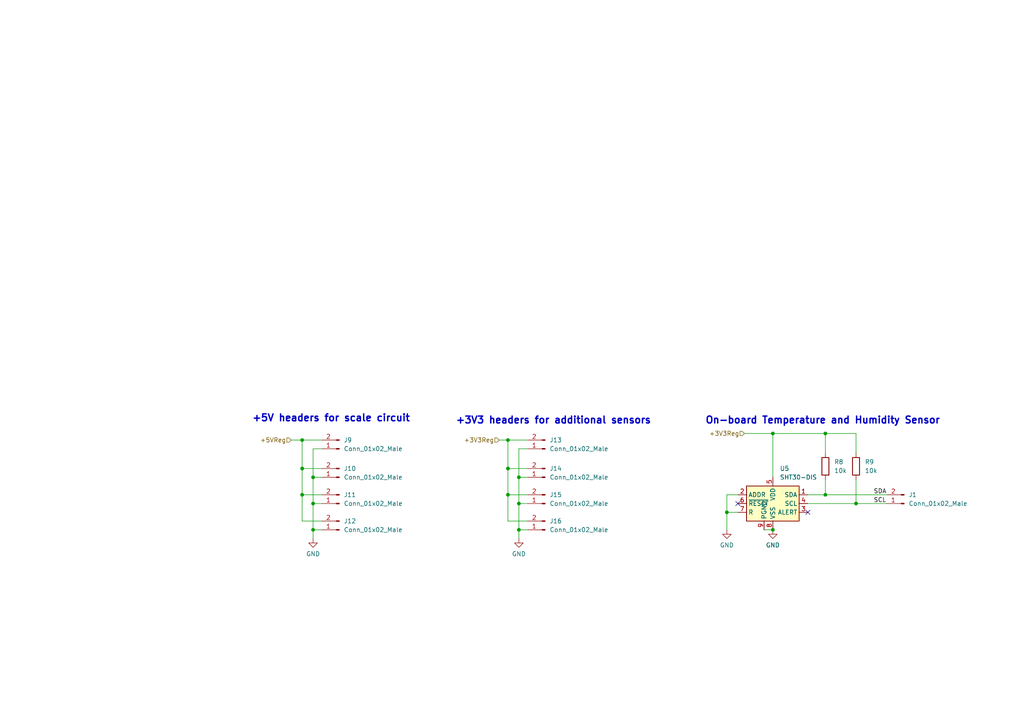
<source format=kicad_sch>
(kicad_sch (version 20230121) (generator eeschema)
  (paper "A4")
  (lib_symbols
    (symbol "Connector:Conn_01x02_Male" (pin_names (offset 1.016) hide)
      (property "Reference" "J" (at 0 2.54 0))
      (property "Value" "Conn_01x02_Male" (at 0 -5.08 0))
      (symbol "Conn_01x02_Male_1_1"
        (polyline (pts (xy 1.27 -2.54) (xy 0.8636 -2.54)) (stroke (width 0.1524)))
        (polyline (pts (xy 1.27 0) (xy 0.8636 0)) (stroke (width 0.1524)))
        (rectangle (start 0.8636 -2.413) (end 0 -2.667) (stroke (width 0.1524)) (fill (type outline)))
        (rectangle (start 0.8636 0.127) (end 0 -0.127) (stroke (width 0.1524)) (fill (type outline)))
        (pin passive line (at 5.08 0 180) (length 3.81) (name "Pin_1") (number "1"))
        (pin passive line (at 5.08 -2.54 180) (length 3.81) (name "Pin_2") (number "2"))
      )
    )
    (symbol "Device:R" (pin_numbers hide) (pin_names (offset 0))
      (property "Reference" "R" (at 2.032 0 90))
      (property "Value" "R" (at 0 0 90))
      (symbol "R_0_1"
        (rectangle (start -1.016 -2.54) (end 1.016 2.54) (stroke (width 0.254)))
      )
      (symbol "R_1_1"
        (pin passive line (at 0 3.81 270) (length 1.27) (name "~") (number "1"))
        (pin passive line (at 0 -3.81 90) (length 1.27) (name "~") (number "2"))
      )
    )
    (symbol "SarahLib:SHT30-DIS"
      (property "Reference" "U5" (at 2.0194 10.16 0))
      (property "Value" "SHT30-DIS" (at 2.0194 7.62 0))
      (symbol "SHT30-DIS_0_1"
        (rectangle (start -7.62 5.08) (end 7.62 -5.08) (stroke (width 0.254)) (fill (type background)))
      )
      (symbol "SHT30-DIS_1_1"
        (pin bidirectional line (at 10.16 2.54 180) (length 2.54) (name "SDA") (number "1"))
        (pin input line (at -10.16 2.54 0) (length 2.54) (name "ADDR") (number "2"))
        (pin output line (at 10.16 -2.54 180) (length 2.54) (name "ALERT") (number "3"))
        (pin input line (at 10.16 0 180) (length 2.54) (name "SCL") (number "4"))
        (pin power_in line (at 0 7.62 270) (length 2.54) (name "VDD") (number "5"))
        (pin input line (at -10.16 0 0) (length 2.54) (name "~{RESET}") (number "6"))
        (pin passive line (at -10.16 -2.54 0) (length 2.54) (name "R") (number "7"))
        (pin power_in line (at 0 -7.62 90) (length 2.54) (name "VSS") (number "8"))
        (pin passive line (at -2.54 -7.62 90) (length 2.54) (name "PGND") (number "9"))
      )
    )
    (symbol "power:GND" (power) (pin_names (offset 0))
      (property "Value" "GND" (at 0 -3.81 0))
      (symbol "GND_0_1"
        (polyline (pts (xy 0 0) (xy 0 -1.27) (xy 1.27 -1.27) (xy 0 -2.54) (xy -1.27 -1.27) (xy 0 -1.27)))
      )
      (symbol "GND_1_1"
        (pin power_in line (at 0 0 270) (length 0) hide (name "GND") (number "1"))
      )
    )
  )
  (junction (at 239.395 143.51))
  (junction (at 248.285 146.05))
  (junction (at 87.63 143.51))
  (junction (at 150.495 146.05))
  (junction (at 224.155 153.67))
  (junction (at 90.805 153.67))
  (junction (at 147.32 135.89))
  (junction (at 90.805 146.05))
  (junction (at 150.495 153.67))
  (junction (at 87.63 127.635))
  (junction (at 239.395 125.73))
  (junction (at 90.805 138.43))
  (junction (at 147.32 143.51))
  (junction (at 224.155 125.73))
  (junction (at 147.32 127.635))
  (junction (at 210.82 148.59))
  (junction (at 87.63 135.89))
  (junction (at 150.495 138.43))
  (no_connect (at 213.995 146.05))
  (no_connect (at 234.315 148.59))
  (wire (pts (xy 90.805 146.05) (xy 90.805 153.67)))
  (wire (pts (xy 90.805 153.67) (xy 93.345 153.67)))
  (wire (pts (xy 147.32 135.89) (xy 147.32 127.635)))
  (wire (pts (xy 210.82 143.51) (xy 213.995 143.51)))
  (wire (pts (xy 224.155 125.73) (xy 239.395 125.73)))
  (wire (pts (xy 144.78 127.635) (xy 147.32 127.635)))
  (wire (pts (xy 210.82 153.67) (xy 210.82 148.59)))
  (wire (pts (xy 239.395 125.73) (xy 239.395 131.445)))
  (wire (pts (xy 239.395 143.51) (xy 257.175 143.51)))
  (wire (pts (xy 147.32 127.635) (xy 153.035 127.635)))
  (wire (pts (xy 147.32 151.13) (xy 147.32 143.51)))
  (wire (pts (xy 153.035 130.175) (xy 150.495 130.175)))
  (wire (pts (xy 87.63 135.89) (xy 87.63 127.635)))
  (wire (pts (xy 210.82 148.59) (xy 210.82 143.51)))
  (wire (pts (xy 150.495 138.43) (xy 150.495 146.05)))
  (wire (pts (xy 150.495 156.21) (xy 150.495 153.67)))
  (wire (pts (xy 153.035 151.13) (xy 147.32 151.13)))
  (wire (pts (xy 147.32 143.51) (xy 147.32 135.89)))
  (wire (pts (xy 150.495 153.67) (xy 153.035 153.67)))
  (wire (pts (xy 248.285 146.05) (xy 234.315 146.05)))
  (wire (pts (xy 210.82 148.59) (xy 213.995 148.59)))
  (wire (pts (xy 248.285 125.73) (xy 239.395 125.73)))
  (wire (pts (xy 87.63 127.635) (xy 93.345 127.635)))
  (wire (pts (xy 221.615 153.67) (xy 224.155 153.67)))
  (wire (pts (xy 234.315 143.51) (xy 239.395 143.51)))
  (wire (pts (xy 90.805 138.43) (xy 90.805 146.05)))
  (wire (pts (xy 248.285 131.445) (xy 248.285 125.73)))
  (wire (pts (xy 224.155 138.43) (xy 224.155 125.73)))
  (wire (pts (xy 93.345 130.175) (xy 90.805 130.175)))
  (wire (pts (xy 239.395 139.065) (xy 239.395 143.51)))
  (wire (pts (xy 90.805 146.05) (xy 93.345 146.05)))
  (wire (pts (xy 248.285 139.065) (xy 248.285 146.05)))
  (wire (pts (xy 90.805 138.43) (xy 93.345 138.43)))
  (wire (pts (xy 87.63 143.51) (xy 87.63 135.89)))
  (wire (pts (xy 153.035 143.51) (xy 147.32 143.51)))
  (wire (pts (xy 150.495 146.05) (xy 150.495 153.67)))
  (wire (pts (xy 93.345 151.13) (xy 87.63 151.13)))
  (wire (pts (xy 150.495 138.43) (xy 153.035 138.43)))
  (wire (pts (xy 153.035 135.89) (xy 147.32 135.89)))
  (wire (pts (xy 90.805 130.175) (xy 90.805 138.43)))
  (wire (pts (xy 87.63 151.13) (xy 87.63 143.51)))
  (wire (pts (xy 248.285 146.05) (xy 257.175 146.05)))
  (wire (pts (xy 84.455 127.635) (xy 87.63 127.635)))
  (wire (pts (xy 150.495 130.175) (xy 150.495 138.43)))
  (wire (pts (xy 90.805 156.21) (xy 90.805 153.67)))
  (wire (pts (xy 224.155 125.73) (xy 215.9 125.73)))
  (wire (pts (xy 93.345 135.89) (xy 87.63 135.89)))
  (wire (pts (xy 150.495 146.05) (xy 153.035 146.05)))
  (wire (pts (xy 93.345 143.51) (xy 87.63 143.51)))
  (text "On-board Temperature and Humidity Sensor" (at 204.47 123.19 0) (effects (font (size 2 2) (thickness 0.4) bold) (justify left bottom)))
  (text "+3V3 headers for additional sensors" (at 132.08 123.19 0) (effects (font (size 2 2) (thickness 0.4) bold) (justify left bottom)))
  (text "+5V headers for scale circuit\n" (at 73.025 122.555 0) (effects (font (size 2 2) (thickness 0.4) bold) (justify left bottom)))
  (label "SCL" (at 253.365 146.05 0))
  (label "SDA" (at 253.365 143.51 0))
  (hierarchical_label "+3V3Reg" (shape input) (at 144.78 127.635 180))
  (hierarchical_label "+3V3Reg" (shape input) (at 215.9 125.73 180))
  (hierarchical_label "+5VReg" (shape input) (at 84.455 127.635 180))
  (symbol (lib_id "power:GND") (at 224.155 153.67 0) (unit 1)
    (property "Reference" "#PWR012" (effects hide))
    (property "Value" "GND" (at 224.155 158.115 0))
  )
  (symbol (lib_id "SarahLib:SHT30-DIS") (at 224.155 146.05 0) (unit 1)
    (property "Reference" "U5" (at 226.1744 135.89 0) (effects (justify left)))
    (property "Value" "SHT30-DIS" (at 226.1744 138.43 0) (effects (justify left)))
    (property "Footprint" "Sensor_Humidity:Sensirion_DFN-8-1EP_2.5x2.5mm_P0.5mm_EP1.1x1.7mm" (effects hide))
    (property "Datasheet" "https://datasheet.lcsc.com/lcsc/2106070104_Sensirion-SHT30-DIS-B10KS_C2687423.pdf" (effects hide))
    (property "Alt_LCSC" "C77361" (effects hide))
    (property "Extended" "1" (effects hide))
    (property "LCSC" "C2687423" (effects hide))
    (property "Price" "1.3917 " (effects hide))
    (property "Populate" "Yes" (effects hide))
  )
  (symbol (lib_id "Connector:Conn_01x02_Male") (at 98.425 130.175 180) (unit 1)
    (property "Reference" "J9" (at 99.695 127.6349 0) (effects (justify right)))
    (property "Value" "Conn_01x02_Male" (at 99.695 130.1749 0) (effects (justify right)))
    (property "Footprint" "Connector_PinHeader_2.54mm:PinHeader_1x02_P2.54mm_Vertical" (effects hide))
    (property "Populate" "No" (effects hide))
  )
  (symbol (lib_id "power:GND") (at 90.805 156.21 0) (unit 1)
    (property "Reference" "#PWR013" (effects hide))
    (property "Value" "GND" (at 90.805 160.655 0))
  )
  (symbol (lib_id "Device:R") (at 239.395 135.255 0) (unit 1)
    (property "Reference" "R8" (at 241.935 133.9849 0) (effects (justify left)))
    (property "Value" "10k" (at 241.935 136.5249 0) (effects (justify left)))
    (property "Footprint" "Resistor_SMD:R_0402_1005Metric" (effects hide))
    (property "Datasheet" "https://datasheet.lcsc.com/lcsc/2206010100_UNI-ROYAL-Uniroyal-Elec-0402WGF1002TCE_C25744.pdf" (effects hide))
    (property "Price" "0.0006" (effects hide))
    (property "Extended" "0" (effects hide))
    (property "LCSC" "C25744" (effects hide))
    (property "Populate" "Yes" (effects hide))
  )
  (symbol (lib_id "Connector:Conn_01x02_Male") (at 98.425 153.67 180) (unit 1)
    (property "Reference" "J12" (at 99.695 151.1299 0) (effects (justify right)))
    (property "Value" "Conn_01x02_Male" (at 99.695 153.6699 0) (effects (justify right)))
    (property "Footprint" "Connector_PinHeader_2.54mm:PinHeader_1x02_P2.54mm_Vertical" (effects hide))
    (property "Populate" "No" (effects hide))
  )
  (symbol (lib_id "Connector:Conn_01x02_Male") (at 158.115 130.175 180) (unit 1)
    (property "Reference" "J13" (at 159.385 127.6349 0) (effects (justify right)))
    (property "Value" "Conn_01x02_Male" (at 159.385 130.1749 0) (effects (justify right)))
    (property "Footprint" "Connector_PinHeader_2.54mm:PinHeader_1x02_P2.54mm_Vertical" (effects hide))
    (property "Populate" "No" (effects hide))
  )
  (symbol (lib_id "Connector:Conn_01x02_Male") (at 158.115 138.43 180) (unit 1)
    (property "Reference" "J14" (at 159.385 135.8899 0) (effects (justify right)))
    (property "Value" "Conn_01x02_Male" (at 159.385 138.4299 0) (effects (justify right)))
    (property "Footprint" "Connector_PinHeader_2.54mm:PinHeader_1x02_P2.54mm_Vertical" (effects hide))
    (property "Populate" "No" (effects hide))
  )
  (symbol (lib_id "Connector:Conn_01x02_Male") (at 98.425 146.05 180) (unit 1)
    (property "Reference" "J11" (at 99.695 143.5099 0) (effects (justify right)))
    (property "Value" "Conn_01x02_Male" (at 99.695 146.0499 0) (effects (justify right)))
    (property "Footprint" "Connector_PinHeader_2.54mm:PinHeader_1x02_P2.54mm_Vertical" (effects hide))
    (property "Populate" "No" (effects hide))
  )
  (symbol (lib_id "power:GND") (at 150.495 156.21 0) (unit 1)
    (property "Reference" "#PWR014" (effects hide))
    (property "Value" "GND" (at 150.495 160.655 0))
  )
  (symbol (lib_id "Connector:Conn_01x02_Male") (at 98.425 138.43 180) (unit 1)
    (property "Reference" "J10" (at 99.695 135.8899 0) (effects (justify right)))
    (property "Value" "Conn_01x02_Male" (at 99.695 138.4299 0) (effects (justify right)))
    (property "Footprint" "Connector_PinHeader_2.54mm:PinHeader_1x02_P2.54mm_Vertical" (effects hide))
    (property "Populate" "No" (effects hide))
  )
  (symbol (lib_id "Connector:Conn_01x02_Male") (at 158.115 153.67 180) (unit 1)
    (property "Reference" "J16" (at 159.385 151.1299 0) (effects (justify right)))
    (property "Value" "Conn_01x02_Male" (at 159.385 153.6699 0) (effects (justify right)))
    (property "Footprint" "Connector_PinHeader_2.54mm:PinHeader_1x02_P2.54mm_Vertical" (effects hide))
    (property "Populate" "No" (effects hide))
  )
  (symbol (lib_id "Device:R") (at 248.285 135.255 0) (unit 1)
    (property "Reference" "R9" (at 250.825 133.9849 0) (effects (justify left)))
    (property "Value" "10k" (at 250.825 136.5249 0) (effects (justify left)))
    (property "Footprint" "Resistor_SMD:R_0402_1005Metric" (effects hide))
    (property "Datasheet" "https://datasheet.lcsc.com/lcsc/2206010100_UNI-ROYAL-Uniroyal-Elec-0402WGF1002TCE_C25744.pdf" (effects hide))
    (property "Price" "0.0006" (effects hide))
    (property "Extended" "0" (effects hide))
    (property "LCSC" "C25744" (effects hide))
    (property "Populate" "Yes" (effects hide))
  )
  (symbol (lib_id "power:GND") (at 210.82 153.67 0) (unit 1)
    (property "Reference" "#PWR011" (effects hide))
    (property "Value" "GND" (at 210.82 158.115 0))
  )
  (symbol (lib_id "Connector:Conn_01x02_Male") (at 158.115 146.05 180) (unit 1)
    (property "Reference" "J15" (at 159.385 143.5099 0) (effects (justify right)))
    (property "Value" "Conn_01x02_Male" (at 159.385 146.0499 0) (effects (justify right)))
    (property "Footprint" "Connector_PinHeader_2.54mm:PinHeader_1x02_P2.54mm_Vertical" (effects hide))
    (property "Populate" "No" (effects hide))
  )
  (symbol (lib_id "Connector:Conn_01x02_Male") (at 262.255 146.05 180) (unit 1)
    (property "Reference" "J1" (at 263.525 143.5099 0) (effects (justify right)))
    (property "Value" "Conn_01x02_Male" (at 263.525 146.0499 0) (effects (justify right)))
    (property "Footprint" "Connector_PinHeader_2.54mm:PinHeader_1x02_P2.54mm_Vertical" (effects hide))
    (property "Populate" "No" (effects hide))
  )
)
</source>
